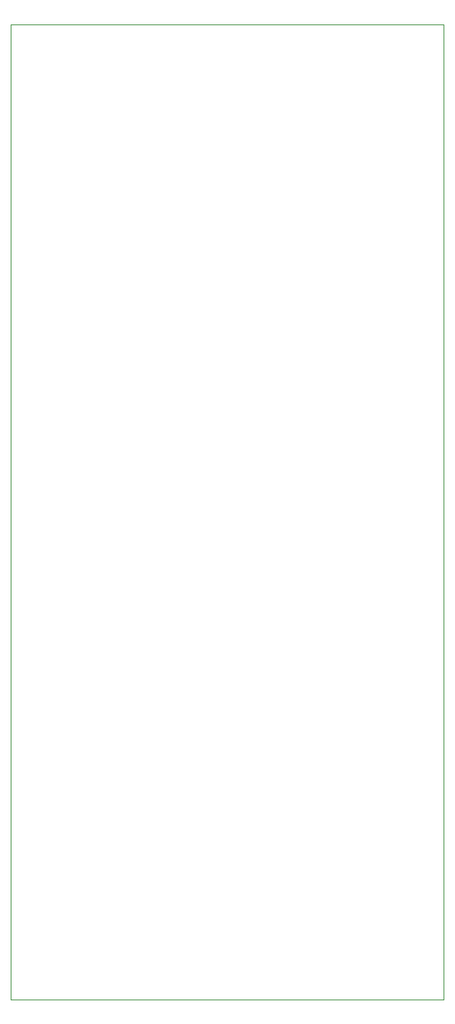
<source format=gm1>
%TF.GenerationSoftware,KiCad,Pcbnew,9.0.4*%
%TF.CreationDate,2025-10-04T20:25:53+02:00*%
%TF.ProjectId,DMH_VCA_Bank_PCB_2,444d485f-5643-4415-9f42-616e6b5f5043,1*%
%TF.SameCoordinates,Original*%
%TF.FileFunction,Profile,NP*%
%FSLAX46Y46*%
G04 Gerber Fmt 4.6, Leading zero omitted, Abs format (unit mm)*
G04 Created by KiCad (PCBNEW 9.0.4) date 2025-10-04 20:25:53*
%MOMM*%
%LPD*%
G01*
G04 APERTURE LIST*
%TA.AperFunction,Profile*%
%ADD10C,0.050000*%
%TD*%
G04 APERTURE END LIST*
D10*
X51000000Y-42500000D02*
X51000000Y-150500000D01*
X99000000Y-150500000D02*
X99000000Y-42500000D01*
X51000000Y-150500000D02*
X99000000Y-150500000D01*
X99000000Y-42500000D02*
X51000000Y-42500000D01*
M02*

</source>
